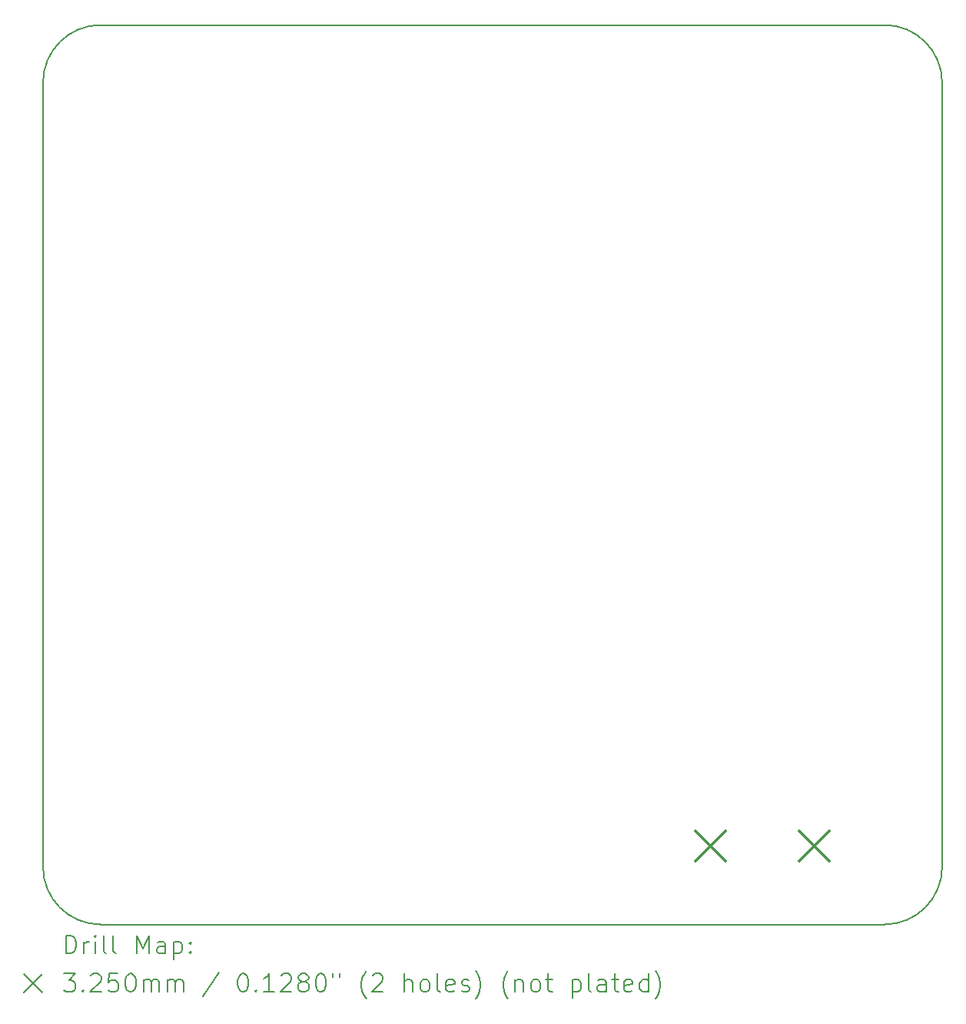
<source format=gbr>
%TF.GenerationSoftware,KiCad,Pcbnew,7.0.6-7.0.6~ubuntu22.04.1*%
%TF.CreationDate,2023-07-26T21:33:31+03:00*%
%TF.ProjectId,TACNPR,5441434e-5052-42e6-9b69-6361645f7063,rev?*%
%TF.SameCoordinates,Original*%
%TF.FileFunction,Drillmap*%
%TF.FilePolarity,Positive*%
%FSLAX45Y45*%
G04 Gerber Fmt 4.5, Leading zero omitted, Abs format (unit mm)*
G04 Created by KiCad (PCBNEW 7.0.6-7.0.6~ubuntu22.04.1) date 2023-07-26 21:33:31*
%MOMM*%
%LPD*%
G01*
G04 APERTURE LIST*
%ADD10C,0.200000*%
%ADD11C,0.325000*%
G04 APERTURE END LIST*
D10*
X9525000Y-3683000D02*
X18161000Y-3683000D01*
X18161000Y-13589000D02*
X9525000Y-13589000D01*
X18796000Y-4318000D02*
X18796000Y-12954000D01*
X8890000Y-12954000D02*
G75*
G03*
X9525000Y-13589000I635000J0D01*
G01*
X18796000Y-4318000D02*
G75*
G03*
X18161000Y-3683000I-635000J0D01*
G01*
X8890000Y-12954000D02*
X8890000Y-4318000D01*
X18161000Y-13589000D02*
G75*
G03*
X18796000Y-12954000I0J635000D01*
G01*
X9525000Y-3683000D02*
G75*
G03*
X8890000Y-4318000I0J-635000D01*
G01*
D11*
X16080800Y-12562900D02*
X16405800Y-12887900D01*
X16405800Y-12562900D02*
X16080800Y-12887900D01*
X17223800Y-12562900D02*
X17548800Y-12887900D01*
X17548800Y-12562900D02*
X17223800Y-12887900D01*
D10*
X9140777Y-13910484D02*
X9140777Y-13710484D01*
X9140777Y-13710484D02*
X9188396Y-13710484D01*
X9188396Y-13710484D02*
X9216967Y-13720008D01*
X9216967Y-13720008D02*
X9236015Y-13739055D01*
X9236015Y-13739055D02*
X9245539Y-13758103D01*
X9245539Y-13758103D02*
X9255063Y-13796198D01*
X9255063Y-13796198D02*
X9255063Y-13824769D01*
X9255063Y-13824769D02*
X9245539Y-13862865D01*
X9245539Y-13862865D02*
X9236015Y-13881912D01*
X9236015Y-13881912D02*
X9216967Y-13900960D01*
X9216967Y-13900960D02*
X9188396Y-13910484D01*
X9188396Y-13910484D02*
X9140777Y-13910484D01*
X9340777Y-13910484D02*
X9340777Y-13777150D01*
X9340777Y-13815246D02*
X9350301Y-13796198D01*
X9350301Y-13796198D02*
X9359824Y-13786674D01*
X9359824Y-13786674D02*
X9378872Y-13777150D01*
X9378872Y-13777150D02*
X9397920Y-13777150D01*
X9464586Y-13910484D02*
X9464586Y-13777150D01*
X9464586Y-13710484D02*
X9455063Y-13720008D01*
X9455063Y-13720008D02*
X9464586Y-13729531D01*
X9464586Y-13729531D02*
X9474110Y-13720008D01*
X9474110Y-13720008D02*
X9464586Y-13710484D01*
X9464586Y-13710484D02*
X9464586Y-13729531D01*
X9588396Y-13910484D02*
X9569348Y-13900960D01*
X9569348Y-13900960D02*
X9559824Y-13881912D01*
X9559824Y-13881912D02*
X9559824Y-13710484D01*
X9693158Y-13910484D02*
X9674110Y-13900960D01*
X9674110Y-13900960D02*
X9664586Y-13881912D01*
X9664586Y-13881912D02*
X9664586Y-13710484D01*
X9921729Y-13910484D02*
X9921729Y-13710484D01*
X9921729Y-13710484D02*
X9988396Y-13853341D01*
X9988396Y-13853341D02*
X10055063Y-13710484D01*
X10055063Y-13710484D02*
X10055063Y-13910484D01*
X10236015Y-13910484D02*
X10236015Y-13805722D01*
X10236015Y-13805722D02*
X10226491Y-13786674D01*
X10226491Y-13786674D02*
X10207444Y-13777150D01*
X10207444Y-13777150D02*
X10169348Y-13777150D01*
X10169348Y-13777150D02*
X10150301Y-13786674D01*
X10236015Y-13900960D02*
X10216967Y-13910484D01*
X10216967Y-13910484D02*
X10169348Y-13910484D01*
X10169348Y-13910484D02*
X10150301Y-13900960D01*
X10150301Y-13900960D02*
X10140777Y-13881912D01*
X10140777Y-13881912D02*
X10140777Y-13862865D01*
X10140777Y-13862865D02*
X10150301Y-13843817D01*
X10150301Y-13843817D02*
X10169348Y-13834293D01*
X10169348Y-13834293D02*
X10216967Y-13834293D01*
X10216967Y-13834293D02*
X10236015Y-13824769D01*
X10331253Y-13777150D02*
X10331253Y-13977150D01*
X10331253Y-13786674D02*
X10350301Y-13777150D01*
X10350301Y-13777150D02*
X10388396Y-13777150D01*
X10388396Y-13777150D02*
X10407444Y-13786674D01*
X10407444Y-13786674D02*
X10416967Y-13796198D01*
X10416967Y-13796198D02*
X10426491Y-13815246D01*
X10426491Y-13815246D02*
X10426491Y-13872388D01*
X10426491Y-13872388D02*
X10416967Y-13891436D01*
X10416967Y-13891436D02*
X10407444Y-13900960D01*
X10407444Y-13900960D02*
X10388396Y-13910484D01*
X10388396Y-13910484D02*
X10350301Y-13910484D01*
X10350301Y-13910484D02*
X10331253Y-13900960D01*
X10512205Y-13891436D02*
X10521729Y-13900960D01*
X10521729Y-13900960D02*
X10512205Y-13910484D01*
X10512205Y-13910484D02*
X10502682Y-13900960D01*
X10502682Y-13900960D02*
X10512205Y-13891436D01*
X10512205Y-13891436D02*
X10512205Y-13910484D01*
X10512205Y-13786674D02*
X10521729Y-13796198D01*
X10521729Y-13796198D02*
X10512205Y-13805722D01*
X10512205Y-13805722D02*
X10502682Y-13796198D01*
X10502682Y-13796198D02*
X10512205Y-13786674D01*
X10512205Y-13786674D02*
X10512205Y-13805722D01*
X8680000Y-14139000D02*
X8880000Y-14339000D01*
X8880000Y-14139000D02*
X8680000Y-14339000D01*
X9121729Y-14130484D02*
X9245539Y-14130484D01*
X9245539Y-14130484D02*
X9178872Y-14206674D01*
X9178872Y-14206674D02*
X9207444Y-14206674D01*
X9207444Y-14206674D02*
X9226491Y-14216198D01*
X9226491Y-14216198D02*
X9236015Y-14225722D01*
X9236015Y-14225722D02*
X9245539Y-14244769D01*
X9245539Y-14244769D02*
X9245539Y-14292388D01*
X9245539Y-14292388D02*
X9236015Y-14311436D01*
X9236015Y-14311436D02*
X9226491Y-14320960D01*
X9226491Y-14320960D02*
X9207444Y-14330484D01*
X9207444Y-14330484D02*
X9150301Y-14330484D01*
X9150301Y-14330484D02*
X9131253Y-14320960D01*
X9131253Y-14320960D02*
X9121729Y-14311436D01*
X9331253Y-14311436D02*
X9340777Y-14320960D01*
X9340777Y-14320960D02*
X9331253Y-14330484D01*
X9331253Y-14330484D02*
X9321729Y-14320960D01*
X9321729Y-14320960D02*
X9331253Y-14311436D01*
X9331253Y-14311436D02*
X9331253Y-14330484D01*
X9416967Y-14149531D02*
X9426491Y-14140008D01*
X9426491Y-14140008D02*
X9445539Y-14130484D01*
X9445539Y-14130484D02*
X9493158Y-14130484D01*
X9493158Y-14130484D02*
X9512205Y-14140008D01*
X9512205Y-14140008D02*
X9521729Y-14149531D01*
X9521729Y-14149531D02*
X9531253Y-14168579D01*
X9531253Y-14168579D02*
X9531253Y-14187627D01*
X9531253Y-14187627D02*
X9521729Y-14216198D01*
X9521729Y-14216198D02*
X9407444Y-14330484D01*
X9407444Y-14330484D02*
X9531253Y-14330484D01*
X9712205Y-14130484D02*
X9616967Y-14130484D01*
X9616967Y-14130484D02*
X9607444Y-14225722D01*
X9607444Y-14225722D02*
X9616967Y-14216198D01*
X9616967Y-14216198D02*
X9636015Y-14206674D01*
X9636015Y-14206674D02*
X9683634Y-14206674D01*
X9683634Y-14206674D02*
X9702682Y-14216198D01*
X9702682Y-14216198D02*
X9712205Y-14225722D01*
X9712205Y-14225722D02*
X9721729Y-14244769D01*
X9721729Y-14244769D02*
X9721729Y-14292388D01*
X9721729Y-14292388D02*
X9712205Y-14311436D01*
X9712205Y-14311436D02*
X9702682Y-14320960D01*
X9702682Y-14320960D02*
X9683634Y-14330484D01*
X9683634Y-14330484D02*
X9636015Y-14330484D01*
X9636015Y-14330484D02*
X9616967Y-14320960D01*
X9616967Y-14320960D02*
X9607444Y-14311436D01*
X9845539Y-14130484D02*
X9864586Y-14130484D01*
X9864586Y-14130484D02*
X9883634Y-14140008D01*
X9883634Y-14140008D02*
X9893158Y-14149531D01*
X9893158Y-14149531D02*
X9902682Y-14168579D01*
X9902682Y-14168579D02*
X9912205Y-14206674D01*
X9912205Y-14206674D02*
X9912205Y-14254293D01*
X9912205Y-14254293D02*
X9902682Y-14292388D01*
X9902682Y-14292388D02*
X9893158Y-14311436D01*
X9893158Y-14311436D02*
X9883634Y-14320960D01*
X9883634Y-14320960D02*
X9864586Y-14330484D01*
X9864586Y-14330484D02*
X9845539Y-14330484D01*
X9845539Y-14330484D02*
X9826491Y-14320960D01*
X9826491Y-14320960D02*
X9816967Y-14311436D01*
X9816967Y-14311436D02*
X9807444Y-14292388D01*
X9807444Y-14292388D02*
X9797920Y-14254293D01*
X9797920Y-14254293D02*
X9797920Y-14206674D01*
X9797920Y-14206674D02*
X9807444Y-14168579D01*
X9807444Y-14168579D02*
X9816967Y-14149531D01*
X9816967Y-14149531D02*
X9826491Y-14140008D01*
X9826491Y-14140008D02*
X9845539Y-14130484D01*
X9997920Y-14330484D02*
X9997920Y-14197150D01*
X9997920Y-14216198D02*
X10007444Y-14206674D01*
X10007444Y-14206674D02*
X10026491Y-14197150D01*
X10026491Y-14197150D02*
X10055063Y-14197150D01*
X10055063Y-14197150D02*
X10074110Y-14206674D01*
X10074110Y-14206674D02*
X10083634Y-14225722D01*
X10083634Y-14225722D02*
X10083634Y-14330484D01*
X10083634Y-14225722D02*
X10093158Y-14206674D01*
X10093158Y-14206674D02*
X10112205Y-14197150D01*
X10112205Y-14197150D02*
X10140777Y-14197150D01*
X10140777Y-14197150D02*
X10159825Y-14206674D01*
X10159825Y-14206674D02*
X10169348Y-14225722D01*
X10169348Y-14225722D02*
X10169348Y-14330484D01*
X10264586Y-14330484D02*
X10264586Y-14197150D01*
X10264586Y-14216198D02*
X10274110Y-14206674D01*
X10274110Y-14206674D02*
X10293158Y-14197150D01*
X10293158Y-14197150D02*
X10321729Y-14197150D01*
X10321729Y-14197150D02*
X10340777Y-14206674D01*
X10340777Y-14206674D02*
X10350301Y-14225722D01*
X10350301Y-14225722D02*
X10350301Y-14330484D01*
X10350301Y-14225722D02*
X10359825Y-14206674D01*
X10359825Y-14206674D02*
X10378872Y-14197150D01*
X10378872Y-14197150D02*
X10407444Y-14197150D01*
X10407444Y-14197150D02*
X10426491Y-14206674D01*
X10426491Y-14206674D02*
X10436015Y-14225722D01*
X10436015Y-14225722D02*
X10436015Y-14330484D01*
X10826491Y-14120960D02*
X10655063Y-14378103D01*
X11083634Y-14130484D02*
X11102682Y-14130484D01*
X11102682Y-14130484D02*
X11121729Y-14140008D01*
X11121729Y-14140008D02*
X11131253Y-14149531D01*
X11131253Y-14149531D02*
X11140777Y-14168579D01*
X11140777Y-14168579D02*
X11150301Y-14206674D01*
X11150301Y-14206674D02*
X11150301Y-14254293D01*
X11150301Y-14254293D02*
X11140777Y-14292388D01*
X11140777Y-14292388D02*
X11131253Y-14311436D01*
X11131253Y-14311436D02*
X11121729Y-14320960D01*
X11121729Y-14320960D02*
X11102682Y-14330484D01*
X11102682Y-14330484D02*
X11083634Y-14330484D01*
X11083634Y-14330484D02*
X11064587Y-14320960D01*
X11064587Y-14320960D02*
X11055063Y-14311436D01*
X11055063Y-14311436D02*
X11045539Y-14292388D01*
X11045539Y-14292388D02*
X11036015Y-14254293D01*
X11036015Y-14254293D02*
X11036015Y-14206674D01*
X11036015Y-14206674D02*
X11045539Y-14168579D01*
X11045539Y-14168579D02*
X11055063Y-14149531D01*
X11055063Y-14149531D02*
X11064587Y-14140008D01*
X11064587Y-14140008D02*
X11083634Y-14130484D01*
X11236015Y-14311436D02*
X11245539Y-14320960D01*
X11245539Y-14320960D02*
X11236015Y-14330484D01*
X11236015Y-14330484D02*
X11226491Y-14320960D01*
X11226491Y-14320960D02*
X11236015Y-14311436D01*
X11236015Y-14311436D02*
X11236015Y-14330484D01*
X11436015Y-14330484D02*
X11321729Y-14330484D01*
X11378872Y-14330484D02*
X11378872Y-14130484D01*
X11378872Y-14130484D02*
X11359825Y-14159055D01*
X11359825Y-14159055D02*
X11340777Y-14178103D01*
X11340777Y-14178103D02*
X11321729Y-14187627D01*
X11512206Y-14149531D02*
X11521729Y-14140008D01*
X11521729Y-14140008D02*
X11540777Y-14130484D01*
X11540777Y-14130484D02*
X11588396Y-14130484D01*
X11588396Y-14130484D02*
X11607444Y-14140008D01*
X11607444Y-14140008D02*
X11616967Y-14149531D01*
X11616967Y-14149531D02*
X11626491Y-14168579D01*
X11626491Y-14168579D02*
X11626491Y-14187627D01*
X11626491Y-14187627D02*
X11616967Y-14216198D01*
X11616967Y-14216198D02*
X11502682Y-14330484D01*
X11502682Y-14330484D02*
X11626491Y-14330484D01*
X11740777Y-14216198D02*
X11721729Y-14206674D01*
X11721729Y-14206674D02*
X11712206Y-14197150D01*
X11712206Y-14197150D02*
X11702682Y-14178103D01*
X11702682Y-14178103D02*
X11702682Y-14168579D01*
X11702682Y-14168579D02*
X11712206Y-14149531D01*
X11712206Y-14149531D02*
X11721729Y-14140008D01*
X11721729Y-14140008D02*
X11740777Y-14130484D01*
X11740777Y-14130484D02*
X11778872Y-14130484D01*
X11778872Y-14130484D02*
X11797920Y-14140008D01*
X11797920Y-14140008D02*
X11807444Y-14149531D01*
X11807444Y-14149531D02*
X11816967Y-14168579D01*
X11816967Y-14168579D02*
X11816967Y-14178103D01*
X11816967Y-14178103D02*
X11807444Y-14197150D01*
X11807444Y-14197150D02*
X11797920Y-14206674D01*
X11797920Y-14206674D02*
X11778872Y-14216198D01*
X11778872Y-14216198D02*
X11740777Y-14216198D01*
X11740777Y-14216198D02*
X11721729Y-14225722D01*
X11721729Y-14225722D02*
X11712206Y-14235246D01*
X11712206Y-14235246D02*
X11702682Y-14254293D01*
X11702682Y-14254293D02*
X11702682Y-14292388D01*
X11702682Y-14292388D02*
X11712206Y-14311436D01*
X11712206Y-14311436D02*
X11721729Y-14320960D01*
X11721729Y-14320960D02*
X11740777Y-14330484D01*
X11740777Y-14330484D02*
X11778872Y-14330484D01*
X11778872Y-14330484D02*
X11797920Y-14320960D01*
X11797920Y-14320960D02*
X11807444Y-14311436D01*
X11807444Y-14311436D02*
X11816967Y-14292388D01*
X11816967Y-14292388D02*
X11816967Y-14254293D01*
X11816967Y-14254293D02*
X11807444Y-14235246D01*
X11807444Y-14235246D02*
X11797920Y-14225722D01*
X11797920Y-14225722D02*
X11778872Y-14216198D01*
X11940777Y-14130484D02*
X11959825Y-14130484D01*
X11959825Y-14130484D02*
X11978872Y-14140008D01*
X11978872Y-14140008D02*
X11988396Y-14149531D01*
X11988396Y-14149531D02*
X11997920Y-14168579D01*
X11997920Y-14168579D02*
X12007444Y-14206674D01*
X12007444Y-14206674D02*
X12007444Y-14254293D01*
X12007444Y-14254293D02*
X11997920Y-14292388D01*
X11997920Y-14292388D02*
X11988396Y-14311436D01*
X11988396Y-14311436D02*
X11978872Y-14320960D01*
X11978872Y-14320960D02*
X11959825Y-14330484D01*
X11959825Y-14330484D02*
X11940777Y-14330484D01*
X11940777Y-14330484D02*
X11921729Y-14320960D01*
X11921729Y-14320960D02*
X11912206Y-14311436D01*
X11912206Y-14311436D02*
X11902682Y-14292388D01*
X11902682Y-14292388D02*
X11893158Y-14254293D01*
X11893158Y-14254293D02*
X11893158Y-14206674D01*
X11893158Y-14206674D02*
X11902682Y-14168579D01*
X11902682Y-14168579D02*
X11912206Y-14149531D01*
X11912206Y-14149531D02*
X11921729Y-14140008D01*
X11921729Y-14140008D02*
X11940777Y-14130484D01*
X12083634Y-14130484D02*
X12083634Y-14168579D01*
X12159825Y-14130484D02*
X12159825Y-14168579D01*
X12455063Y-14406674D02*
X12445539Y-14397150D01*
X12445539Y-14397150D02*
X12426491Y-14368579D01*
X12426491Y-14368579D02*
X12416968Y-14349531D01*
X12416968Y-14349531D02*
X12407444Y-14320960D01*
X12407444Y-14320960D02*
X12397920Y-14273341D01*
X12397920Y-14273341D02*
X12397920Y-14235246D01*
X12397920Y-14235246D02*
X12407444Y-14187627D01*
X12407444Y-14187627D02*
X12416968Y-14159055D01*
X12416968Y-14159055D02*
X12426491Y-14140008D01*
X12426491Y-14140008D02*
X12445539Y-14111436D01*
X12445539Y-14111436D02*
X12455063Y-14101912D01*
X12521729Y-14149531D02*
X12531253Y-14140008D01*
X12531253Y-14140008D02*
X12550301Y-14130484D01*
X12550301Y-14130484D02*
X12597920Y-14130484D01*
X12597920Y-14130484D02*
X12616968Y-14140008D01*
X12616968Y-14140008D02*
X12626491Y-14149531D01*
X12626491Y-14149531D02*
X12636015Y-14168579D01*
X12636015Y-14168579D02*
X12636015Y-14187627D01*
X12636015Y-14187627D02*
X12626491Y-14216198D01*
X12626491Y-14216198D02*
X12512206Y-14330484D01*
X12512206Y-14330484D02*
X12636015Y-14330484D01*
X12874110Y-14330484D02*
X12874110Y-14130484D01*
X12959825Y-14330484D02*
X12959825Y-14225722D01*
X12959825Y-14225722D02*
X12950301Y-14206674D01*
X12950301Y-14206674D02*
X12931253Y-14197150D01*
X12931253Y-14197150D02*
X12902682Y-14197150D01*
X12902682Y-14197150D02*
X12883634Y-14206674D01*
X12883634Y-14206674D02*
X12874110Y-14216198D01*
X13083634Y-14330484D02*
X13064587Y-14320960D01*
X13064587Y-14320960D02*
X13055063Y-14311436D01*
X13055063Y-14311436D02*
X13045539Y-14292388D01*
X13045539Y-14292388D02*
X13045539Y-14235246D01*
X13045539Y-14235246D02*
X13055063Y-14216198D01*
X13055063Y-14216198D02*
X13064587Y-14206674D01*
X13064587Y-14206674D02*
X13083634Y-14197150D01*
X13083634Y-14197150D02*
X13112206Y-14197150D01*
X13112206Y-14197150D02*
X13131253Y-14206674D01*
X13131253Y-14206674D02*
X13140777Y-14216198D01*
X13140777Y-14216198D02*
X13150301Y-14235246D01*
X13150301Y-14235246D02*
X13150301Y-14292388D01*
X13150301Y-14292388D02*
X13140777Y-14311436D01*
X13140777Y-14311436D02*
X13131253Y-14320960D01*
X13131253Y-14320960D02*
X13112206Y-14330484D01*
X13112206Y-14330484D02*
X13083634Y-14330484D01*
X13264587Y-14330484D02*
X13245539Y-14320960D01*
X13245539Y-14320960D02*
X13236015Y-14301912D01*
X13236015Y-14301912D02*
X13236015Y-14130484D01*
X13416968Y-14320960D02*
X13397920Y-14330484D01*
X13397920Y-14330484D02*
X13359825Y-14330484D01*
X13359825Y-14330484D02*
X13340777Y-14320960D01*
X13340777Y-14320960D02*
X13331253Y-14301912D01*
X13331253Y-14301912D02*
X13331253Y-14225722D01*
X13331253Y-14225722D02*
X13340777Y-14206674D01*
X13340777Y-14206674D02*
X13359825Y-14197150D01*
X13359825Y-14197150D02*
X13397920Y-14197150D01*
X13397920Y-14197150D02*
X13416968Y-14206674D01*
X13416968Y-14206674D02*
X13426491Y-14225722D01*
X13426491Y-14225722D02*
X13426491Y-14244769D01*
X13426491Y-14244769D02*
X13331253Y-14263817D01*
X13502682Y-14320960D02*
X13521730Y-14330484D01*
X13521730Y-14330484D02*
X13559825Y-14330484D01*
X13559825Y-14330484D02*
X13578872Y-14320960D01*
X13578872Y-14320960D02*
X13588396Y-14301912D01*
X13588396Y-14301912D02*
X13588396Y-14292388D01*
X13588396Y-14292388D02*
X13578872Y-14273341D01*
X13578872Y-14273341D02*
X13559825Y-14263817D01*
X13559825Y-14263817D02*
X13531253Y-14263817D01*
X13531253Y-14263817D02*
X13512206Y-14254293D01*
X13512206Y-14254293D02*
X13502682Y-14235246D01*
X13502682Y-14235246D02*
X13502682Y-14225722D01*
X13502682Y-14225722D02*
X13512206Y-14206674D01*
X13512206Y-14206674D02*
X13531253Y-14197150D01*
X13531253Y-14197150D02*
X13559825Y-14197150D01*
X13559825Y-14197150D02*
X13578872Y-14206674D01*
X13655063Y-14406674D02*
X13664587Y-14397150D01*
X13664587Y-14397150D02*
X13683634Y-14368579D01*
X13683634Y-14368579D02*
X13693158Y-14349531D01*
X13693158Y-14349531D02*
X13702682Y-14320960D01*
X13702682Y-14320960D02*
X13712206Y-14273341D01*
X13712206Y-14273341D02*
X13712206Y-14235246D01*
X13712206Y-14235246D02*
X13702682Y-14187627D01*
X13702682Y-14187627D02*
X13693158Y-14159055D01*
X13693158Y-14159055D02*
X13683634Y-14140008D01*
X13683634Y-14140008D02*
X13664587Y-14111436D01*
X13664587Y-14111436D02*
X13655063Y-14101912D01*
X14016968Y-14406674D02*
X14007444Y-14397150D01*
X14007444Y-14397150D02*
X13988396Y-14368579D01*
X13988396Y-14368579D02*
X13978872Y-14349531D01*
X13978872Y-14349531D02*
X13969349Y-14320960D01*
X13969349Y-14320960D02*
X13959825Y-14273341D01*
X13959825Y-14273341D02*
X13959825Y-14235246D01*
X13959825Y-14235246D02*
X13969349Y-14187627D01*
X13969349Y-14187627D02*
X13978872Y-14159055D01*
X13978872Y-14159055D02*
X13988396Y-14140008D01*
X13988396Y-14140008D02*
X14007444Y-14111436D01*
X14007444Y-14111436D02*
X14016968Y-14101912D01*
X14093158Y-14197150D02*
X14093158Y-14330484D01*
X14093158Y-14216198D02*
X14102682Y-14206674D01*
X14102682Y-14206674D02*
X14121730Y-14197150D01*
X14121730Y-14197150D02*
X14150301Y-14197150D01*
X14150301Y-14197150D02*
X14169349Y-14206674D01*
X14169349Y-14206674D02*
X14178872Y-14225722D01*
X14178872Y-14225722D02*
X14178872Y-14330484D01*
X14302682Y-14330484D02*
X14283634Y-14320960D01*
X14283634Y-14320960D02*
X14274111Y-14311436D01*
X14274111Y-14311436D02*
X14264587Y-14292388D01*
X14264587Y-14292388D02*
X14264587Y-14235246D01*
X14264587Y-14235246D02*
X14274111Y-14216198D01*
X14274111Y-14216198D02*
X14283634Y-14206674D01*
X14283634Y-14206674D02*
X14302682Y-14197150D01*
X14302682Y-14197150D02*
X14331253Y-14197150D01*
X14331253Y-14197150D02*
X14350301Y-14206674D01*
X14350301Y-14206674D02*
X14359825Y-14216198D01*
X14359825Y-14216198D02*
X14369349Y-14235246D01*
X14369349Y-14235246D02*
X14369349Y-14292388D01*
X14369349Y-14292388D02*
X14359825Y-14311436D01*
X14359825Y-14311436D02*
X14350301Y-14320960D01*
X14350301Y-14320960D02*
X14331253Y-14330484D01*
X14331253Y-14330484D02*
X14302682Y-14330484D01*
X14426492Y-14197150D02*
X14502682Y-14197150D01*
X14455063Y-14130484D02*
X14455063Y-14301912D01*
X14455063Y-14301912D02*
X14464587Y-14320960D01*
X14464587Y-14320960D02*
X14483634Y-14330484D01*
X14483634Y-14330484D02*
X14502682Y-14330484D01*
X14721730Y-14197150D02*
X14721730Y-14397150D01*
X14721730Y-14206674D02*
X14740777Y-14197150D01*
X14740777Y-14197150D02*
X14778873Y-14197150D01*
X14778873Y-14197150D02*
X14797920Y-14206674D01*
X14797920Y-14206674D02*
X14807444Y-14216198D01*
X14807444Y-14216198D02*
X14816968Y-14235246D01*
X14816968Y-14235246D02*
X14816968Y-14292388D01*
X14816968Y-14292388D02*
X14807444Y-14311436D01*
X14807444Y-14311436D02*
X14797920Y-14320960D01*
X14797920Y-14320960D02*
X14778873Y-14330484D01*
X14778873Y-14330484D02*
X14740777Y-14330484D01*
X14740777Y-14330484D02*
X14721730Y-14320960D01*
X14931253Y-14330484D02*
X14912206Y-14320960D01*
X14912206Y-14320960D02*
X14902682Y-14301912D01*
X14902682Y-14301912D02*
X14902682Y-14130484D01*
X15093158Y-14330484D02*
X15093158Y-14225722D01*
X15093158Y-14225722D02*
X15083634Y-14206674D01*
X15083634Y-14206674D02*
X15064587Y-14197150D01*
X15064587Y-14197150D02*
X15026492Y-14197150D01*
X15026492Y-14197150D02*
X15007444Y-14206674D01*
X15093158Y-14320960D02*
X15074111Y-14330484D01*
X15074111Y-14330484D02*
X15026492Y-14330484D01*
X15026492Y-14330484D02*
X15007444Y-14320960D01*
X15007444Y-14320960D02*
X14997920Y-14301912D01*
X14997920Y-14301912D02*
X14997920Y-14282865D01*
X14997920Y-14282865D02*
X15007444Y-14263817D01*
X15007444Y-14263817D02*
X15026492Y-14254293D01*
X15026492Y-14254293D02*
X15074111Y-14254293D01*
X15074111Y-14254293D02*
X15093158Y-14244769D01*
X15159825Y-14197150D02*
X15236015Y-14197150D01*
X15188396Y-14130484D02*
X15188396Y-14301912D01*
X15188396Y-14301912D02*
X15197920Y-14320960D01*
X15197920Y-14320960D02*
X15216968Y-14330484D01*
X15216968Y-14330484D02*
X15236015Y-14330484D01*
X15378873Y-14320960D02*
X15359825Y-14330484D01*
X15359825Y-14330484D02*
X15321730Y-14330484D01*
X15321730Y-14330484D02*
X15302682Y-14320960D01*
X15302682Y-14320960D02*
X15293158Y-14301912D01*
X15293158Y-14301912D02*
X15293158Y-14225722D01*
X15293158Y-14225722D02*
X15302682Y-14206674D01*
X15302682Y-14206674D02*
X15321730Y-14197150D01*
X15321730Y-14197150D02*
X15359825Y-14197150D01*
X15359825Y-14197150D02*
X15378873Y-14206674D01*
X15378873Y-14206674D02*
X15388396Y-14225722D01*
X15388396Y-14225722D02*
X15388396Y-14244769D01*
X15388396Y-14244769D02*
X15293158Y-14263817D01*
X15559825Y-14330484D02*
X15559825Y-14130484D01*
X15559825Y-14320960D02*
X15540777Y-14330484D01*
X15540777Y-14330484D02*
X15502682Y-14330484D01*
X15502682Y-14330484D02*
X15483634Y-14320960D01*
X15483634Y-14320960D02*
X15474111Y-14311436D01*
X15474111Y-14311436D02*
X15464587Y-14292388D01*
X15464587Y-14292388D02*
X15464587Y-14235246D01*
X15464587Y-14235246D02*
X15474111Y-14216198D01*
X15474111Y-14216198D02*
X15483634Y-14206674D01*
X15483634Y-14206674D02*
X15502682Y-14197150D01*
X15502682Y-14197150D02*
X15540777Y-14197150D01*
X15540777Y-14197150D02*
X15559825Y-14206674D01*
X15636015Y-14406674D02*
X15645539Y-14397150D01*
X15645539Y-14397150D02*
X15664587Y-14368579D01*
X15664587Y-14368579D02*
X15674111Y-14349531D01*
X15674111Y-14349531D02*
X15683634Y-14320960D01*
X15683634Y-14320960D02*
X15693158Y-14273341D01*
X15693158Y-14273341D02*
X15693158Y-14235246D01*
X15693158Y-14235246D02*
X15683634Y-14187627D01*
X15683634Y-14187627D02*
X15674111Y-14159055D01*
X15674111Y-14159055D02*
X15664587Y-14140008D01*
X15664587Y-14140008D02*
X15645539Y-14111436D01*
X15645539Y-14111436D02*
X15636015Y-14101912D01*
M02*

</source>
